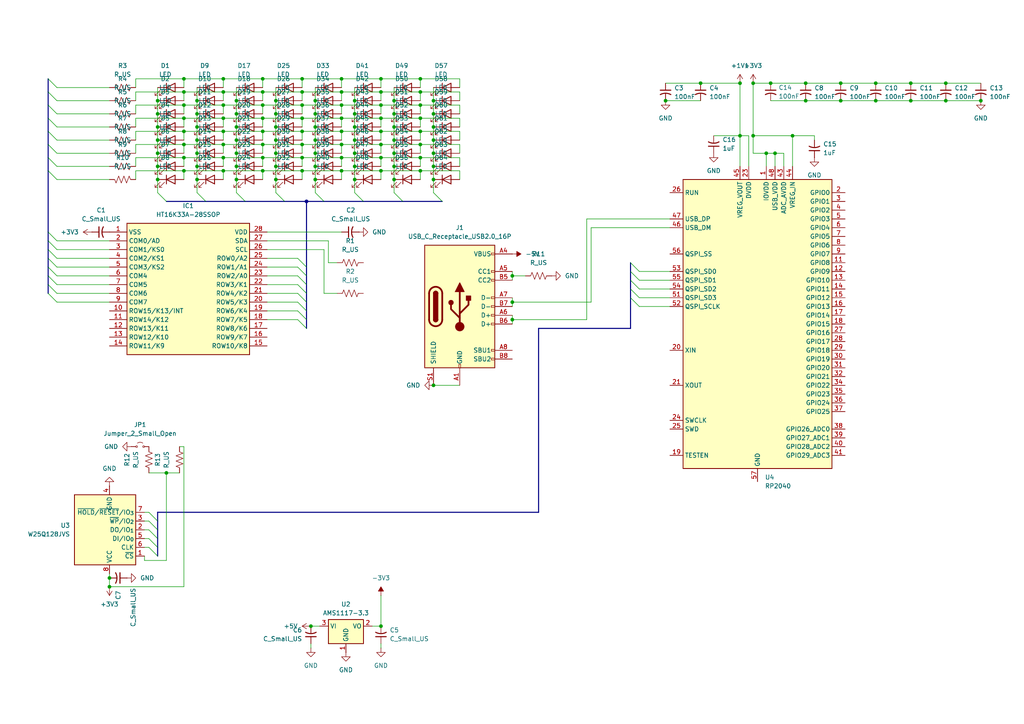
<source format=kicad_sch>
(kicad_sch (version 20250114) (generator "eeschema") (generator_version "9.0")
  (paper "A4")
  (junction (at 102.87 29.21))
  (junction (at 64.77 38.1))
  (junction (at 53.34 38.1))
  (junction (at 114.3 44.45))
  (junction (at 193.04 29.21))
  (junction (at 99.06 38.1))
  (junction (at 114.3 52.07))
  (junction (at 64.77 22.86))
  (junction (at 87.63 22.86))
  (junction (at 125.73 111.76))
  (junction (at 68.58 29.21))
  (junction (at 91.44 52.07))
  (junction (at 229.87 39.37))
  (junction (at 99.06 45.72))
  (junction (at 110.49 22.86))
  (junction (at 91.44 33.02))
  (junction (at 64.77 41.91))
  (junction (at 114.3 29.21))
  (junction (at 80.01 44.45))
  (junction (at 243.84 29.21))
  (junction (at 243.84 24.13))
  (junction (at 76.2 22.86))
  (junction (at 45.72 44.45))
  (junction (at 64.77 30.48))
  (junction (at 102.87 52.07))
  (junction (at 110.49 181.61))
  (junction (at 99.06 49.53))
  (junction (at 53.34 45.72))
  (junction (at 91.44 48.26))
  (junction (at 57.15 48.26))
  (junction (at 121.92 30.48))
  (junction (at 45.72 40.64))
  (junction (at 125.73 44.45))
  (junction (at 125.73 36.83))
  (junction (at 76.2 49.53))
  (junction (at 274.32 29.21))
  (junction (at 125.73 29.21))
  (junction (at 76.2 26.67))
  (junction (at 80.01 33.02))
  (junction (at 64.77 26.67))
  (junction (at 121.92 34.29))
  (junction (at 87.63 34.29))
  (junction (at 91.44 44.45))
  (junction (at 99.06 34.29))
  (junction (at 102.87 36.83))
  (junction (at 76.2 41.91))
  (junction (at 53.34 22.86))
  (junction (at 110.49 26.67))
  (junction (at 87.63 38.1))
  (junction (at 64.77 49.53))
  (junction (at 114.3 48.26))
  (junction (at 91.44 36.83))
  (junction (at 224.79 44.45))
  (junction (at 102.87 40.64))
  (junction (at 110.49 45.72))
  (junction (at 80.01 52.07))
  (junction (at 110.49 38.1))
  (junction (at 80.01 36.83))
  (junction (at 99.06 26.67))
  (junction (at 284.48 29.21))
  (junction (at 57.15 33.02))
  (junction (at 45.72 33.02))
  (junction (at 203.2 24.13))
  (junction (at 57.15 44.45))
  (junction (at 114.3 36.83))
  (junction (at 264.16 29.21))
  (junction (at 76.2 30.48))
  (junction (at 99.06 22.86))
  (junction (at 102.87 33.02))
  (junction (at 91.44 40.64))
  (junction (at 148.59 92.71))
  (junction (at 99.06 41.91))
  (junction (at 110.49 34.29))
  (junction (at 233.68 24.13))
  (junction (at 223.52 24.13))
  (junction (at 125.73 48.26))
  (junction (at 45.72 29.21))
  (junction (at 68.58 33.02))
  (junction (at 45.72 36.83))
  (junction (at 110.49 49.53))
  (junction (at 114.3 33.02))
  (junction (at 68.58 40.64))
  (junction (at 57.15 52.07))
  (junction (at 254 29.21))
  (junction (at 64.77 34.29))
  (junction (at 148.59 87.63))
  (junction (at 87.63 26.67))
  (junction (at 110.49 30.48))
  (junction (at 214.63 24.13))
  (junction (at 57.15 29.21))
  (junction (at 53.34 34.29))
  (junction (at 87.63 41.91))
  (junction (at 114.3 40.64))
  (junction (at 48.26 137.16))
  (junction (at 121.92 41.91))
  (junction (at 45.72 52.07))
  (junction (at 53.34 49.53))
  (junction (at 91.44 29.21))
  (junction (at 76.2 45.72))
  (junction (at 68.58 52.07))
  (junction (at 125.73 52.07))
  (junction (at 68.58 48.26))
  (junction (at 80.01 29.21))
  (junction (at 76.2 34.29))
  (junction (at 125.73 40.64))
  (junction (at 53.34 26.67))
  (junction (at 121.92 38.1))
  (junction (at 57.15 36.83))
  (junction (at 218.44 24.13))
  (junction (at 121.92 45.72))
  (junction (at 87.63 49.53))
  (junction (at 87.63 30.48))
  (junction (at 53.34 41.91))
  (junction (at 121.92 49.53))
  (junction (at 102.87 44.45))
  (junction (at 110.49 41.91))
  (junction (at 102.87 48.26))
  (junction (at 57.15 40.64))
  (junction (at 80.01 48.26))
  (junction (at 125.73 33.02))
  (junction (at 274.32 24.13))
  (junction (at 121.92 26.67))
  (junction (at 80.01 40.64))
  (junction (at 87.63 45.72))
  (junction (at 68.58 44.45))
  (junction (at 76.2 38.1))
  (junction (at 64.77 45.72))
  (junction (at 31.75 167.64))
  (junction (at 31.75 170.18))
  (junction (at 254 24.13))
  (junction (at 121.92 22.86))
  (junction (at 90.17 181.61))
  (junction (at 68.58 36.83))
  (junction (at 53.34 30.48))
  (junction (at 222.25 44.45))
  (junction (at 218.44 39.37))
  (junction (at 99.06 30.48))
  (junction (at 45.72 48.26))
  (junction (at 264.16 24.13))
  (junction (at 148.59 80.01))
  (junction (at 214.63 39.37))
  (junction (at 88.9 58.42))
  (junction (at 233.68 29.21))
  (bus_entry (at 125.73 55.88) (size 2.54 2.54))
  (bus_entry (at 13.97 34.29) (size 2.54 2.54))
  (bus_entry (at 88.9 85.09) (size -2.54 -2.54))
  (bus_entry (at 182.88 76.2) (size 2.54 2.54))
  (bus_entry (at 13.97 82.55) (size 2.54 2.54))
  (bus_entry (at 59.69 58.42) (size -2.54 -2.54))
  (bus_entry (at 13.97 22.86) (size 2.54 2.54))
  (bus_entry (at 45.72 158.75) (size -2.54 -2.54))
  (bus_entry (at 45.72 161.29) (size -2.54 -2.54))
  (bus_entry (at 13.97 49.53) (size 2.54 2.54))
  (bus_entry (at 13.97 72.39) (size 2.54 2.54))
  (bus_entry (at 88.9 87.63) (size -2.54 -2.54))
  (bus_entry (at 13.97 69.85) (size 2.54 2.54))
  (bus_entry (at 13.97 41.91) (size 2.54 2.54))
  (bus_entry (at 88.9 82.55) (size -2.54 -2.54))
  (bus_entry (at 48.26 58.42) (size -2.54 -2.54))
  (bus_entry (at 182.88 86.36) (size 2.54 2.54))
  (bus_entry (at 102.87 55.88) (size 2.54 2.54))
  (bus_entry (at 13.97 38.1) (size 2.54 2.54))
  (bus_entry (at 88.9 92.71) (size -2.54 -2.54))
  (bus_entry (at 45.72 156.21) (size -2.54 -2.54))
  (bus_entry (at 88.9 80.01) (size -2.54 -2.54))
  (bus_entry (at 88.9 90.17) (size -2.54 -2.54))
  (bus_entry (at 13.97 74.93) (size 2.54 2.54))
  (bus_entry (at 13.97 85.09) (size 2.54 2.54))
  (bus_entry (at 80.01 55.88) (size 2.54 2.54))
  (bus_entry (at 45.72 151.13) (size -2.54 -2.54))
  (bus_entry (at 71.12 58.42) (size -2.54 -2.54))
  (bus_entry (at 88.9 77.47) (size -2.54 -2.54))
  (bus_entry (at 13.97 77.47) (size 2.54 2.54))
  (bus_entry (at 13.97 45.72) (size 2.54 2.54))
  (bus_entry (at 88.9 95.25) (size -2.54 -2.54))
  (bus_entry (at 91.44 55.88) (size 2.54 2.54))
  (bus_entry (at 182.88 83.82) (size 2.54 2.54))
  (bus_entry (at 13.97 30.48) (size 2.54 2.54))
  (bus_entry (at 45.72 153.67) (size -2.54 -2.54))
  (bus_entry (at 13.97 26.67) (size 2.54 2.54))
  (bus_entry (at 182.88 81.28) (size 2.54 2.54))
  (bus_entry (at 114.3 55.88) (size 2.54 2.54))
  (bus_entry (at 182.88 78.74) (size 2.54 2.54))
  (bus_entry (at 13.97 80.01) (size 2.54 2.54))
  (bus_entry (at 13.97 67.31) (size 2.54 2.54))
  (wire (pts (xy 57.15 40.64) (xy 57.15 44.45)))
  (wire (pts (xy 243.84 29.21) (xy 254 29.21)))
  (wire (pts (xy 114.3 48.26) (xy 114.3 52.07)))
  (wire (pts (xy 243.84 24.13) (xy 254 24.13)))
  (wire (pts (xy 45.72 52.07) (xy 45.72 55.88)))
  (wire (pts (xy 97.79 85.09) (xy 93.98 85.09)))
  (wire (pts (xy 214.63 48.26) (xy 214.63 39.37)))
  (wire (pts (xy 114.3 44.45) (xy 114.3 48.26)))
  (wire (pts (xy 87.63 34.29) (xy 87.63 36.83)))
  (wire (pts (xy 39.37 38.1) (xy 39.37 40.64)))
  (wire (pts (xy 133.35 36.83) (xy 133.35 34.29)))
  (wire (pts (xy 222.25 44.45) (xy 222.25 48.26)))
  (wire (pts (xy 45.72 25.4) (xy 45.72 29.21)))
  (wire (pts (xy 148.59 92.71) (xy 148.59 93.98)))
  (wire (pts (xy 57.15 25.4) (xy 57.15 29.21)))
  (wire (pts (xy 264.16 29.21) (xy 274.32 29.21)))
  (wire (pts (xy 91.44 48.26) (xy 91.44 52.07)))
  (wire (pts (xy 125.73 25.4) (xy 125.73 29.21)))
  (bus (pts (xy 13.97 45.72) (xy 13.97 49.53)))
  (wire (pts (xy 76.2 45.72) (xy 87.63 45.72)))
  (wire (pts (xy 99.06 30.48) (xy 110.49 30.48)))
  (wire (pts (xy 77.47 77.47) (xy 86.36 77.47)))
  (wire (pts (xy 53.34 45.72) (xy 64.77 45.72)))
  (wire (pts (xy 39.37 34.29) (xy 39.37 36.83)))
  (wire (pts (xy 76.2 26.67) (xy 87.63 26.67)))
  (wire (pts (xy 68.58 33.02) (xy 68.58 36.83)))
  (wire (pts (xy 114.3 25.4) (xy 114.3 29.21)))
  (wire (pts (xy 64.77 49.53) (xy 64.77 52.07)))
  (wire (pts (xy 16.51 48.26) (xy 31.75 48.26)))
  (wire (pts (xy 121.92 45.72) (xy 121.92 48.26)))
  (wire (pts (xy 233.68 24.13) (xy 243.84 24.13)))
  (wire (pts (xy 53.34 45.72) (xy 39.37 45.72)))
  (wire (pts (xy 264.16 24.13) (xy 274.32 24.13)))
  (wire (pts (xy 110.49 26.67) (xy 121.92 26.67)))
  (wire (pts (xy 110.49 41.91) (xy 110.49 44.45)))
  (wire (pts (xy 53.34 52.07) (xy 53.34 49.53)))
  (wire (pts (xy 57.15 29.21) (xy 57.15 33.02)))
  (bus (pts (xy 88.9 85.09) (xy 88.9 87.63)))
  (wire (pts (xy 229.87 39.37) (xy 236.22 39.37)))
  (wire (pts (xy 68.58 48.26) (xy 68.58 52.07)))
  (wire (pts (xy 16.51 80.01) (xy 31.75 80.01)))
  (wire (pts (xy 91.44 25.4) (xy 91.44 29.21)))
  (wire (pts (xy 133.35 44.45) (xy 133.35 41.91)))
  (wire (pts (xy 64.77 22.86) (xy 53.34 22.86)))
  (wire (pts (xy 99.06 41.91) (xy 99.06 44.45)))
  (wire (pts (xy 43.18 137.16) (xy 48.26 137.16)))
  (wire (pts (xy 274.32 24.13) (xy 284.48 24.13)))
  (bus (pts (xy 13.97 34.29) (xy 13.97 38.1)))
  (wire (pts (xy 224.79 44.45) (xy 224.79 48.26)))
  (wire (pts (xy 95.25 69.85) (xy 77.47 69.85)))
  (wire (pts (xy 41.91 161.29) (xy 41.91 162.56)))
  (wire (pts (xy 254 29.21) (xy 264.16 29.21)))
  (wire (pts (xy 16.51 85.09) (xy 31.75 85.09)))
  (wire (pts (xy 41.91 151.13) (xy 43.18 151.13)))
  (wire (pts (xy 87.63 30.48) (xy 99.06 30.48)))
  (wire (pts (xy 53.34 30.48) (xy 64.77 30.48)))
  (bus (pts (xy 105.41 58.42) (xy 116.84 58.42)))
  (wire (pts (xy 16.51 40.64) (xy 31.75 40.64)))
  (wire (pts (xy 125.73 48.26) (xy 125.73 52.07)))
  (wire (pts (xy 45.72 44.45) (xy 45.72 48.26)))
  (wire (pts (xy 45.72 29.21) (xy 45.72 33.02)))
  (wire (pts (xy 193.04 29.21) (xy 203.2 29.21)))
  (wire (pts (xy 57.15 33.02) (xy 57.15 36.83)))
  (wire (pts (xy 77.47 82.55) (xy 86.36 82.55)))
  (wire (pts (xy 64.77 30.48) (xy 64.77 33.02)))
  (wire (pts (xy 53.34 48.26) (xy 53.34 45.72)))
  (wire (pts (xy 185.42 83.82) (xy 194.31 83.82)))
  (wire (pts (xy 133.35 25.4) (xy 133.35 22.86)))
  (wire (pts (xy 16.51 69.85) (xy 31.75 69.85)))
  (wire (pts (xy 87.63 49.53) (xy 87.63 52.07)))
  (wire (pts (xy 121.92 30.48) (xy 133.35 30.48)))
  (wire (pts (xy 148.59 81.28) (xy 148.59 80.01)))
  (wire (pts (xy 99.06 41.91) (xy 110.49 41.91)))
  (wire (pts (xy 121.92 41.91) (xy 121.92 44.45)))
  (bus (pts (xy 13.97 72.39) (xy 13.97 74.93)))
  (bus (pts (xy 88.9 77.47) (xy 88.9 80.01)))
  (wire (pts (xy 76.2 41.91) (xy 76.2 44.45)))
  (wire (pts (xy 39.37 45.72) (xy 39.37 48.26)))
  (wire (pts (xy 110.49 38.1) (xy 110.49 40.64)))
  (wire (pts (xy 53.34 44.45) (xy 53.34 41.91)))
  (wire (pts (xy 121.92 26.67) (xy 133.35 26.67)))
  (wire (pts (xy 64.77 45.72) (xy 76.2 45.72)))
  (wire (pts (xy 52.07 129.54) (xy 53.34 129.54)))
  (wire (pts (xy 87.63 49.53) (xy 99.06 49.53)))
  (wire (pts (xy 41.91 156.21) (xy 43.18 156.21)))
  (wire (pts (xy 53.34 38.1) (xy 64.77 38.1)))
  (bus (pts (xy 182.88 83.82) (xy 182.88 86.36)))
  (wire (pts (xy 90.17 181.61) (xy 92.71 181.61)))
  (wire (pts (xy 80.01 25.4) (xy 80.01 29.21)))
  (wire (pts (xy 68.58 25.4) (xy 68.58 29.21)))
  (wire (pts (xy 99.06 34.29) (xy 110.49 34.29)))
  (wire (pts (xy 57.15 44.45) (xy 57.15 48.26)))
  (wire (pts (xy 80.01 48.26) (xy 80.01 52.07)))
  (wire (pts (xy 16.51 82.55) (xy 31.75 82.55)))
  (wire (pts (xy 93.98 72.39) (xy 77.47 72.39)))
  (wire (pts (xy 77.47 92.71) (xy 86.36 92.71)))
  (wire (pts (xy 39.37 49.53) (xy 39.37 52.07)))
  (wire (pts (xy 214.63 39.37) (xy 207.01 39.37)))
  (wire (pts (xy 152.4 80.01) (xy 148.59 80.01)))
  (wire (pts (xy 77.47 90.17) (xy 86.36 90.17)))
  (wire (pts (xy 53.34 129.54) (xy 53.34 170.18)))
  (wire (pts (xy 76.2 38.1) (xy 76.2 40.64)))
  (wire (pts (xy 93.98 85.09) (xy 93.98 72.39)))
  (wire (pts (xy 214.63 24.13) (xy 214.63 39.37)))
  (wire (pts (xy 45.72 36.83) (xy 45.72 40.64)))
  (wire (pts (xy 114.3 29.21) (xy 114.3 33.02)))
  (wire (pts (xy 121.92 49.53) (xy 133.35 49.53)))
  (wire (pts (xy 91.44 44.45) (xy 91.44 48.26)))
  (wire (pts (xy 114.3 36.83) (xy 114.3 40.64)))
  (wire (pts (xy 133.35 45.72) (xy 133.35 48.26)))
  (bus (pts (xy 88.9 87.63) (xy 88.9 90.17)))
  (wire (pts (xy 102.87 29.21) (xy 102.87 33.02)))
  (wire (pts (xy 53.34 170.18) (xy 31.75 170.18)))
  (wire (pts (xy 125.73 40.64) (xy 125.73 44.45)))
  (bus (pts (xy 116.84 58.42) (xy 128.27 58.42)))
  (wire (pts (xy 45.72 40.64) (xy 45.72 44.45)))
  (wire (pts (xy 41.91 148.59) (xy 43.18 148.59)))
  (wire (pts (xy 80.01 44.45) (xy 80.01 48.26)))
  (bus (pts (xy 13.97 26.67) (xy 13.97 30.48)))
  (wire (pts (xy 76.2 26.67) (xy 76.2 29.21)))
  (wire (pts (xy 218.44 39.37) (xy 229.87 39.37)))
  (wire (pts (xy 185.42 81.28) (xy 194.31 81.28)))
  (wire (pts (xy 203.2 24.13) (xy 214.63 24.13)))
  (wire (pts (xy 64.77 34.29) (xy 64.77 36.83)))
  (wire (pts (xy 76.2 34.29) (xy 76.2 36.83)))
  (wire (pts (xy 102.87 40.64) (xy 102.87 44.45)))
  (wire (pts (xy 110.49 26.67) (xy 110.49 29.21)))
  (wire (pts (xy 224.79 44.45) (xy 227.33 44.45)))
  (bus (pts (xy 182.88 78.74) (xy 182.88 81.28)))
  (wire (pts (xy 53.34 29.21) (xy 53.34 26.67)))
  (wire (pts (xy 64.77 45.72) (xy 64.77 48.26)))
  (wire (pts (xy 53.34 34.29) (xy 39.37 34.29)))
  (wire (pts (xy 64.77 49.53) (xy 76.2 49.53)))
  (wire (pts (xy 76.2 34.29) (xy 87.63 34.29)))
  (wire (pts (xy 87.63 45.72) (xy 87.63 48.26)))
  (wire (pts (xy 110.49 49.53) (xy 110.49 52.07)))
  (wire (pts (xy 87.63 45.72) (xy 99.06 45.72)))
  (wire (pts (xy 229.87 39.37) (xy 229.87 48.26)))
  (wire (pts (xy 133.35 26.67) (xy 133.35 29.21)))
  (wire (pts (xy 148.59 91.44) (xy 148.59 92.71)))
  (bus (pts (xy 13.97 49.53) (xy 13.97 67.31)))
  (wire (pts (xy 148.59 86.36) (xy 148.59 87.63)))
  (wire (pts (xy 53.34 26.67) (xy 39.37 26.67)))
  (bus (pts (xy 182.88 86.36) (xy 182.88 95.25)))
  (wire (pts (xy 170.18 92.71) (xy 170.18 63.5)))
  (wire (pts (xy 64.77 41.91) (xy 64.77 44.45)))
  (wire (pts (xy 16.51 74.93) (xy 31.75 74.93)))
  (wire (pts (xy 64.77 38.1) (xy 76.2 38.1)))
  (wire (pts (xy 39.37 30.48) (xy 39.37 33.02)))
  (wire (pts (xy 110.49 45.72) (xy 110.49 48.26)))
  (wire (pts (xy 102.87 25.4) (xy 102.87 29.21)))
  (wire (pts (xy 110.49 172.72) (xy 110.49 181.61)))
  (wire (pts (xy 110.49 45.72) (xy 121.92 45.72)))
  (bus (pts (xy 13.97 82.55) (xy 13.97 85.09)))
  (wire (pts (xy 110.49 30.48) (xy 110.49 33.02)))
  (bus (pts (xy 13.97 41.91) (xy 13.97 45.72)))
  (wire (pts (xy 110.49 186.69) (xy 110.49 187.96)))
  (wire (pts (xy 91.44 36.83) (xy 91.44 40.64)))
  (wire (pts (xy 80.01 29.21) (xy 80.01 33.02)))
  (wire (pts (xy 16.51 36.83) (xy 31.75 36.83)))
  (wire (pts (xy 64.77 38.1) (xy 64.77 40.64)))
  (wire (pts (xy 91.44 40.64) (xy 91.44 44.45)))
  (wire (pts (xy 121.92 26.67) (xy 121.92 29.21)))
  (wire (pts (xy 77.47 87.63) (xy 86.36 87.63)))
  (wire (pts (xy 110.49 49.53) (xy 121.92 49.53)))
  (wire (pts (xy 99.06 49.53) (xy 99.06 52.07)))
  (wire (pts (xy 110.49 30.48) (xy 121.92 30.48)))
  (wire (pts (xy 125.73 36.83) (xy 125.73 40.64)))
  (wire (pts (xy 133.35 45.72) (xy 121.92 45.72)))
  (wire (pts (xy 64.77 22.86) (xy 64.77 25.4)))
  (wire (pts (xy 87.63 22.86) (xy 87.63 25.4)))
  (wire (pts (xy 57.15 48.26) (xy 57.15 52.07)))
  (wire (pts (xy 53.34 33.02) (xy 53.34 30.48)))
  (wire (pts (xy 133.35 38.1) (xy 121.92 38.1)))
  (wire (pts (xy 91.44 29.21) (xy 91.44 33.02)))
  (wire (pts (xy 121.92 22.86) (xy 110.49 22.86)))
  (wire (pts (xy 218.44 44.45) (xy 222.25 44.45)))
  (wire (pts (xy 53.34 40.64) (xy 53.34 38.1)))
  (wire (pts (xy 217.17 39.37) (xy 217.17 48.26)))
  (wire (pts (xy 171.45 66.04) (xy 194.31 66.04)))
  (bus (pts (xy 48.26 58.42) (xy 59.69 58.42)))
  (wire (pts (xy 16.51 72.39) (xy 31.75 72.39)))
  (bus (pts (xy 156.21 148.59) (xy 45.72 148.59)))
  (wire (pts (xy 57.15 36.83) (xy 57.15 40.64)))
  (wire (pts (xy 53.34 49.53) (xy 39.37 49.53)))
  (wire (pts (xy 110.49 41.91) (xy 121.92 41.91)))
  (bus (pts (xy 182.88 81.28) (xy 182.88 83.82)))
  (wire (pts (xy 121.92 38.1) (xy 121.92 40.64)))
  (wire (pts (xy 68.58 29.21) (xy 68.58 33.02)))
  (wire (pts (xy 80.01 36.83) (xy 80.01 40.64)))
  (wire (pts (xy 16.51 52.07) (xy 31.75 52.07)))
  (wire (pts (xy 171.45 87.63) (xy 171.45 66.04)))
  (wire (pts (xy 99.06 67.31) (xy 77.47 67.31)))
  (bus (pts (xy 88.9 80.01) (xy 88.9 82.55)))
  (wire (pts (xy 77.47 74.93) (xy 86.36 74.93)))
  (wire (pts (xy 236.22 39.37) (xy 236.22 40.64)))
  (wire (pts (xy 254 24.13) (xy 264.16 24.13)))
  (wire (pts (xy 99.06 49.53) (xy 110.49 49.53)))
  (bus (pts (xy 82.55 58.42) (xy 88.9 58.42)))
  (bus (pts (xy 45.72 151.13) (xy 45.72 153.67)))
  (bus (pts (xy 13.97 69.85) (xy 13.97 72.39)))
  (wire (pts (xy 41.91 153.67) (xy 43.18 153.67)))
  (bus (pts (xy 13.97 30.48) (xy 13.97 34.29)))
  (wire (pts (xy 99.06 45.72) (xy 99.06 48.26)))
  (bus (pts (xy 13.97 38.1) (xy 13.97 41.91)))
  (bus (pts (xy 182.88 95.25) (xy 156.21 95.25)))
  (wire (pts (xy 185.42 86.36) (xy 194.31 86.36)))
  (bus (pts (xy 88.9 82.55) (xy 88.9 85.09)))
  (wire (pts (xy 39.37 41.91) (xy 39.37 44.45)))
  (wire (pts (xy 125.73 29.21) (xy 125.73 33.02)))
  (wire (pts (xy 121.92 34.29) (xy 121.92 36.83)))
  (wire (pts (xy 68.58 40.64) (xy 68.58 44.45)))
  (wire (pts (xy 68.58 44.45) (xy 68.58 48.26)))
  (wire (pts (xy 99.06 38.1) (xy 110.49 38.1)))
  (wire (pts (xy 227.33 48.26) (xy 227.33 44.45)))
  (bus (pts (xy 13.97 77.47) (xy 13.97 80.01)))
  (wire (pts (xy 125.73 44.45) (xy 125.73 48.26)))
  (wire (pts (xy 125.73 111.76) (xy 133.35 111.76)))
  (bus (pts (xy 88.9 92.71) (xy 88.9 95.25)))
  (wire (pts (xy 80.01 40.64) (xy 80.01 44.45)))
  (wire (pts (xy 39.37 26.67) (xy 39.37 29.21)))
  (wire (pts (xy 193.04 24.13) (xy 203.2 24.13)))
  (bus (pts (xy 45.72 153.67) (xy 45.72 156.21)))
  (bus (pts (xy 88.9 58.42) (xy 93.98 58.42)))
  (wire (pts (xy 87.63 38.1) (xy 99.06 38.1)))
  (wire (pts (xy 87.63 41.91) (xy 99.06 41.91)))
  (wire (pts (xy 76.2 22.86) (xy 64.77 22.86)))
  (wire (pts (xy 53.34 30.48) (xy 39.37 30.48)))
  (wire (pts (xy 218.44 24.13) (xy 223.52 24.13)))
  (wire (pts (xy 110.49 34.29) (xy 110.49 36.83)))
  (wire (pts (xy 223.52 29.21) (xy 233.68 29.21)))
  (wire (pts (xy 53.34 41.91) (xy 39.37 41.91)))
  (wire (pts (xy 76.2 41.91) (xy 87.63 41.91)))
  (wire (pts (xy 114.3 40.64) (xy 114.3 44.45)))
  (bus (pts (xy 88.9 90.17) (xy 88.9 92.71)))
  (wire (pts (xy 114.3 33.02) (xy 114.3 36.83)))
  (wire (pts (xy 102.87 52.07) (xy 102.87 55.88)))
  (wire (pts (xy 185.42 78.74) (xy 194.31 78.74)))
  (wire (pts (xy 77.47 85.09) (xy 86.36 85.09)))
  (wire (pts (xy 87.63 41.91) (xy 87.63 44.45)))
  (wire (pts (xy 76.2 38.1) (xy 87.63 38.1)))
  (wire (pts (xy 121.92 49.53) (xy 121.92 52.07)))
  (wire (pts (xy 64.77 34.29) (xy 76.2 34.29)))
  (wire (pts (xy 45.72 33.02) (xy 45.72 36.83)))
  (wire (pts (xy 31.75 167.64) (xy 31.75 170.18)))
  (wire (pts (xy 222.25 44.45) (xy 224.79 44.45)))
  (wire (pts (xy 16.51 87.63) (xy 31.75 87.63)))
  (wire (pts (xy 91.44 33.02) (xy 91.44 36.83)))
  (wire (pts (xy 148.59 87.63) (xy 171.45 87.63)))
  (wire (pts (xy 87.63 26.67) (xy 99.06 26.67)))
  (wire (pts (xy 99.06 26.67) (xy 110.49 26.67)))
  (wire (pts (xy 121.92 22.86) (xy 121.92 25.4)))
  (wire (pts (xy 76.2 49.53) (xy 87.63 49.53)))
  (wire (pts (xy 87.63 22.86) (xy 76.2 22.86)))
  (wire (pts (xy 185.42 88.9) (xy 194.31 88.9)))
  (wire (pts (xy 53.34 22.86) (xy 39.37 22.86)))
  (wire (pts (xy 48.26 137.16) (xy 52.07 137.16)))
  (wire (pts (xy 133.35 22.86) (xy 121.92 22.86)))
  (wire (pts (xy 99.06 22.86) (xy 87.63 22.86)))
  (wire (pts (xy 87.63 30.48) (xy 87.63 33.02)))
  (wire (pts (xy 148.59 92.71) (xy 170.18 92.71)))
  (wire (pts (xy 214.63 39.37) (xy 217.17 39.37)))
  (wire (pts (xy 64.77 30.48) (xy 76.2 30.48)))
  (wire (pts (xy 99.06 22.86) (xy 99.06 25.4)))
  (wire (pts (xy 76.2 22.86) (xy 76.2 25.4)))
  (wire (pts (xy 77.47 80.01) (xy 86.36 80.01)))
  (wire (pts (xy 16.51 29.21) (xy 31.75 29.21)))
  (wire (pts (xy 31.75 166.37) (xy 31.75 167.64)))
  (bus (pts (xy 45.72 148.59) (xy 45.72 151.13)))
  (wire (pts (xy 170.18 63.5) (xy 194.31 63.5)))
  (wire (pts (xy 16.51 77.47) (xy 31.75 77.47)))
  (bus (pts (xy 13.97 22.86) (xy 13.97 26.67)))
  (wire (pts (xy 90.17 187.96) (xy 90.17 186.69)))
  (wire (pts (xy 110.49 181.61) (xy 107.95 181.61)))
  (wire (pts (xy 148.59 80.01) (xy 148.59 78.74)))
  (wire (pts (xy 133.35 33.02) (xy 133.35 30.48)))
  (wire (pts (xy 95.25 76.2) (xy 95.25 69.85)))
  (wire (pts (xy 41.91 158.75) (xy 43.18 158.75)))
  (wire (pts (xy 102.87 36.83) (xy 102.87 40.64)))
  (wire (pts (xy 53.34 36.83) (xy 53.34 34.29)))
  (wire (pts (xy 76.2 30.48) (xy 76.2 33.02)))
  (wire (pts (xy 76.2 49.53) (xy 76.2 52.07)))
  (bus (pts (xy 45.72 156.21) (xy 45.72 158.75)))
  (wire (pts (xy 53.34 41.91) (xy 64.77 41.91)))
  (wire (pts (xy 64.77 41.91) (xy 76.2 41.91)))
  (wire (pts (xy 87.63 38.1) (xy 87.63 40.64)))
  (wire (pts (xy 64.77 26.67) (xy 64.77 29.21)))
  (wire (pts (xy 80.01 33.02) (xy 80.01 36.83)))
  (wire (pts (xy 53.34 49.53) (xy 64.77 49.53)))
  (wire (pts (xy 99.06 30.48) (xy 99.06 33.02)))
  (wire (pts (xy 125.73 33.02) (xy 125.73 36.83)))
  (wire (pts (xy 110.49 38.1) (xy 121.92 38.1)))
  (wire (pts (xy 64.77 26.67) (xy 76.2 26.67)))
  (wire (pts (xy 110.49 22.86) (xy 110.49 25.4)))
  (bus (pts (xy 156.21 95.25) (xy 156.21 148.59)))
  (wire (pts (xy 102.87 33.02) (xy 102.87 36.83)))
  (wire (pts (xy 133.35 40.64) (xy 133.35 38.1)))
  (wire (pts (xy 102.87 48.26) (xy 102.87 52.07)))
  (wire (pts (xy 110.49 22.86) (xy 99.06 22.86)))
  (bus (pts (xy 13.97 67.31) (xy 13.97 69.85)))
  (wire (pts (xy 87.63 34.29) (xy 99.06 34.29)))
  (wire (pts (xy 133.35 34.29) (xy 121.92 34.29)))
  (wire (pts (xy 233.68 29.21) (xy 243.84 29.21)))
  (bus (pts (xy 93.98 58.42) (xy 105.41 58.42)))
  (wire (pts (xy 223.52 24.13) (xy 233.68 24.13)))
  (bus (pts (xy 13.97 80.01) (xy 13.97 82.55)))
  (bus (pts (xy 59.69 58.42) (xy 71.12 58.42)))
  (wire (pts (xy 99.06 45.72) (xy 110.49 45.72)))
  (bus (pts (xy 13.97 74.93) (xy 13.97 77.47)))
  (wire (pts (xy 274.32 29.21) (xy 284.48 29.21)))
  (bus (pts (xy 182.88 76.2) (xy 182.88 78.74)))
  (wire (pts (xy 99.06 34.29) (xy 99.06 36.83)))
  (wire (pts (xy 16.51 33.02) (xy 31.75 33.02)))
  (wire (pts (xy 68.58 52.07) (xy 68.58 55.88)))
  (wire (pts (xy 53.34 38.1) (xy 39.37 38.1)))
  (wire (pts (xy 57.15 52.07) (xy 57.15 55.88)))
  (wire (pts (xy 87.63 26.67) (xy 87.63 29.21)))
  (wire (pts (xy 99.06 26.67) (xy 99.06 29.21)))
  (wire (pts (xy 121.92 30.48) (xy 121.92 33.02)))
  (wire (pts (xy 16.51 44.45) (xy 31.75 44.45)))
  (wire (pts (xy 97.79 76.2) (xy 95.25 76.2)))
  (wire (pts (xy 148.59 87.63) (xy 148.59 88.9)))
  (wire (pts (xy 53.34 34.29) (xy 64.77 34.29)))
  (wire (pts (xy 125.73 52.07) (xy 125.73 55.88)))
  (wire (pts (xy 133.35 41.91) (xy 121.92 41.91)))
  (wire (pts (xy 45.72 48.26) (xy 45.72 52.07)))
  (wire (pts (xy 16.51 25.4) (xy 31.75 25.4)))
  (wire (pts (xy 133.35 49.53) (xy 133.35 52.07)))
  (wire (pts (xy 48.26 137.16) (xy 48.26 162.56)))
  (bus (pts (xy 45.72 158.75) (xy 45.72 161.29)))
  (wire (pts (xy 99.06 38.1) (xy 99.06 40.64)))
  (bus (pts (xy 88.9 58.42) (xy 88.9 77.47)))
  (wire (pts (xy 218.44 24.13) (xy 218.44 39.37)))
  (wire (pts (xy 39.37 22.86) (xy 39.37 25.4)))
  (wire (pts (xy 80.01 52.07) (xy 80.01 55.88)))
  (bus (pts (xy 71.12 58.42) (xy 82.55 58.42)))
  (wire (pts (xy 41.91 162.56) (xy 48.26 162.56)))
  (wire (pts (xy 91.44 52.07) (xy 91.44 55.88)))
  (wire (pts (xy 76.2 30.48) (xy 87.63 30.48)))
  (wire (pts (xy 76.2 45.72) (xy 76.2 48.26)))
  (wire (pts (xy 218.44 39.37) (xy 218.44 44.45)))
  (wire (pts (xy 53.34 26.67) (xy 64.77 26.67)))
  (wire (pts (xy 114.3 52.07) (xy 114.3 55.88)))
  (wire (pts (xy 102.87 44.45) (xy 102.87 48.26)))
  (wire (pts (xy 53.34 22.86) (xy 53.34 25.4)))
  (wire (pts (xy 110.49 34.29) (xy 121.92 34.29)))
  (wire (pts (xy 68.58 36.83) (xy 68.58 40.64)))
  (symbol (lib_id "Device:LED") (at 83.82 44.45 0) (unit 1)
    (property "Reference" "D30" (at 82.2325 38.1 0))
    (property "Value" "LED" (at 82.2325 40.64 0))
    (property "Footprint" "LED_SMD:LED_0603_1608Metric_Pad1.05x0.95mm_HandSolder" (effects (hide yes)))
    (property "Description" "Light emitting diode" (effects (hide yes)))
    (property "Sim.Pins" "1=K 2=A" (effects (hide yes)))
  )
  (symbol (lib_id "Device:LED") (at 72.39 25.4 0) (unit 1)
    (property "Reference" "D17" (at 70.8025 19.05 0))
    (property "Value" "LED" (at 70.8025 21.59 0))
    (property "Footprint" "LED_SMD:LED_0603_1608Metric_Pad1.05x0.95mm_HandSolder" (effects (hide yes)))
    (property "Description" "Light emitting diode" (effects (hide yes)))
    (property "Sim.Pins" "1=K 2=A" (effects (hide yes)))
  )
  (symbol (lib_id "Device:LED") (at 60.96 25.4 0) (unit 1)
    (property "Reference" "D9" (at 59.3725 19.05 0))
    (property "Value" "LED" (at 59.3725 21.59 0))
    (property "Footprint" "LED_SMD:LED_0603_1608Metric_Pad1.05x0.95mm_HandSolder" (effects (hide yes)))
    (property "Description" "Light emitting diode" (effects (hide yes)))
    (property "Sim.Pins" "1=K 2=A" (effects (hide yes)))
  )
  (symbol (lib_id "HT16K33A:HT16K33A-28SSOP") (at 31.75 67.31 0) (unit 1)
    (property "Reference" "IC1" (at 54.61 59.69 0))
    (property "Value" "HT16K33A-28SSOP" (at 54.61 62.23 0))
    (property "Footprint" "HT16K33A:SOP64P600X175-28N" (effects (hide yes)))
    (property "Datasheet" "https://akizukidenshi.com/goodsaffix/HT16K33A.pdf" (effects (hide yes)))
    (property "Description" "Operating voltage: 4.5V~5.5V  Integrated RC oscillator  I2 C bus interface  168 bits RAM for display data storage  Max. 168 patterns, 16 segments and 8 commons  R/W address auto increment  Max. 133 matrix key scanning  16-step dimming circuit  Package types: 20/24/28-pin SOP/SSOP" (effects (hide yes)))
    (property "Height" "1.75" (effects (hide yes)))
    (property "Manufacturer_Name" "Holmate Technology Corp. (Holtek)" (effects (hide yes)))
    (property "Manufacturer_Part_Number" "HT16K33A-28SSOP" (effects (hide yes)))
  )
  (symbol (lib_id "Device:C_Small_US") (at 207.01 41.91 180) (unit 1)
    (property "Reference" "C16" (at 209.55 40.5129 0) (effects (justify right)))
    (property "Value" "1uF" (at 209.55 43.0529 0) (effects (justify right)))
    (property "Description" "capacitor, small US symbol" (effects (hide yes)))
  )
  (symbol (lib_id "Device:LED") (at 72.39 29.21 0) (unit 1)
    (property "Reference" "D18" (at 70.8025 22.86 0))
    (property "Value" "LED" (at 70.8025 25.4 0))
    (property "Footprint" "LED_SMD:LED_0603_1608Metric_Pad1.05x0.95mm_HandSolder" (effects (hide yes)))
    (property "Description" "Light emitting diode" (effects (hide yes)))
    (property "Sim.Pins" "1=K 2=A" (effects (hide yes)))
  )
  (symbol (lib_id "Memory_Flash:W25Q128JVS") (at 31.75 153.67 180) (unit 1)
    (property "Reference" "U3" (at 20.32 152.3999 0) (effects (justify left)))
    (property "Value" "W25Q128JVS" (at 20.32 154.9399 0) (effects (justify left)))
    (property "Footprint" "Package_SO:SOIC-8_5.3x5.3mm_P1.27mm" (effects (hide yes)))
    (property "Datasheet" "https://www.winbond.com/resource-files/w25q128jv_dtr%20revc%2003272018%20plus.pdf" (effects (hide yes)))
    (property "Description" "128Mbit / 16MiB Serial Flash Memory, Standard/Dual/Quad SPI, 2.7-3.6V, SOIC-8" (effects (hide yes)))
  )
  (symbol (lib_id "Device:LED") (at 49.53 29.21 0) (unit 1)
    (property "Reference" "D2" (at 47.9425 22.86 0))
    (property "Value" "LED" (at 47.9425 25.4 0))
    (property "Footprint" "LED_SMD:LED_0603_1608Metric_Pad1.05x0.95mm_HandSolder" (effects (hide yes)))
    (property "Description" "Light emitting diode" (effects (hide yes)))
    (property "Sim.Pins" "1=K 2=A" (effects (hide yes)))
  )
  (symbol (lib_id "Device:R_US") (at 35.56 25.4 90) (unit 1)
    (property "Reference" "R3" (at 35.56 19.05 90))
    (property "Value" "R_US" (at 35.56 21.59 90))
    (property "Description" "Resistor, US symbol" (effects (hide yes)))
  )
  (symbol (lib_id "Device:LED") (at 49.53 40.64 0) (unit 1)
    (property "Reference" "D5" (at 47.9425 34.29 0))
    (property "Value" "LED" (at 47.9425 36.83 0))
    (property "Footprint" "LED_SMD:LED_0603_1608Metric_Pad1.05x0.95mm_HandSolder" (effects (hide yes)))
    (property "Description" "Light emitting diode" (effects (hide yes)))
    (property "Sim.Pins" "1=K 2=A" (effects (hide yes)))
  )
  (symbol (lib_id "power:GND") (at 125.73 111.76 270) (unit 1)
    (property "Reference" "#PWR04" (effects (hide yes)))
    (property "Value" "GND" (at 121.92 111.7599 90) (effects (justify right)))
    (property "Description" "Power symbol creates a global label with name \"GND\" , ground" (effects (hide yes)))
  )
  (symbol (lib_id "Device:LED") (at 118.11 36.83 0) (unit 1)
    (property "Reference" "D52" (at 116.5225 30.48 0))
    (property "Value" "LED" (at 116.5225 33.02 0))
    (property "Footprint" "LED_SMD:LED_0603_1608Metric_Pad1.05x0.95mm_HandSolder" (effects (hide yes)))
    (property "Description" "Light emitting diode" (effects (hide yes)))
    (property "Sim.Pins" "1=K 2=A" (effects (hide yes)))
  )
  (symbol (lib_id "power:-3V3") (at 110.49 172.72 0) (unit 1)
    (property "Reference" "#PWR011" (effects (hide yes)))
    (property "Value" "-3V3" (at 110.49 167.64 0))
    (property "Description" "Power symbol creates a global label with name \"-3V3\"" (effects (hide yes)))
  )
  (symbol (lib_id "Device:LED") (at 60.96 36.83 0) (unit 1)
    (property "Reference" "D12" (at 59.3725 30.48 0))
    (property "Value" "LED" (at 59.3725 33.02 0))
    (property "Footprint" "LED_SMD:LED_0603_1608Metric_Pad1.05x0.95mm_HandSolder" (effects (hide yes)))
    (property "Description" "Light emitting diode" (effects (hide yes)))
    (property "Sim.Pins" "1=K 2=A" (effects (hide yes)))
  )
  (symbol (lib_id "Device:C_Small_US") (at 274.32 26.67 0) (unit 1)
    (property "Reference" "C12" (at 276.86 25.5269 0) (effects (justify left)))
    (property "Value" "100nF" (at 276.86 28.0669 0) (effects (justify left)))
    (property "Description" "capacitor, small US symbol" (effects (hide yes)))
  )
  (symbol (lib_id "Device:LED") (at 83.82 52.07 0) (unit 1)
    (property "Reference" "D32" (at 82.2325 45.72 0))
    (property "Value" "LED" (at 82.2325 48.26 0))
    (property "Footprint" "LED_SMD:LED_0603_1608Metric_Pad1.05x0.95mm_HandSolder" (effects (hide yes)))
    (property "Description" "Light emitting diode" (effects (hide yes)))
    (property "Sim.Pins" "1=K 2=A" (effects (hide yes)))
  )
  (symbol (lib_id "power:GND") (at 207.01 44.45 0) (unit 1)
    (property "Reference" "#PWR020" (effects (hide yes)))
    (property "Value" "GND" (at 207.01 49.53 0))
    (property "Description" "Power symbol creates a global label with name \"GND\" , ground" (effects (hide yes)))
  )
  (symbol (lib_id "Device:C_Small_US") (at 90.17 184.15 0) (mirror x) (unit 1)
    (property "Reference" "C6" (at 87.63 182.7529 0) (effects (justify right)))
    (property "Value" "C_Small_US" (at 87.63 185.2929 0) (effects (justify right)))
    (property "Footprint" "Capacitor_SMD:C_0603_1608Metric_Pad1.08x0.95mm_HandSolder" (effects (hide yes)))
    (property "Description" "capacitor, small US symbol" (effects (hide yes)))
  )
  (symbol (lib_id "Device:R_US") (at 101.6 76.2 90) (unit 1)
    (property "Reference" "R1" (at 101.6 69.85 90))
    (property "Value" "R_US" (at 101.6 72.39 90))
    (property "Footprint" "Resistor_SMD:R_0603_1608Metric_Pad0.98x0.95mm_HandSolder" (effects (hide yes)))
    (property "Description" "Resistor, US symbol" (effects (hide yes)))
  )
  (symbol (lib_id "Device:LED") (at 72.39 44.45 0) (unit 1)
    (property "Reference" "D22" (at 70.8025 38.1 0))
    (property "Value" "LED" (at 70.8025 40.64 0))
    (property "Footprint" "LED_SMD:LED_0603_1608Metric_Pad1.05x0.95mm_HandSolder" (effects (hide yes)))
    (property "Description" "Light emitting diode" (effects (hide yes)))
    (property "Sim.Pins" "1=K 2=A" (effects (hide yes)))
  )
  (symbol (lib_id "Device:C_Small_US") (at 223.52 26.67 0) (unit 1)
    (property "Reference" "C14" (at 225.806 25.4 0) (effects (justify left)))
    (property "Value" "100nF" (at 225.806 27.94 0) (effects (justify left)))
    (property "Description" "capacitor, small US symbol" (effects (hide yes)))
  )
  (symbol (lib_id "Device:LED") (at 95.25 44.45 0) (unit 1)
    (property "Reference" "D38" (at 93.6625 38.1 0))
    (property "Value" "LED" (at 93.6625 40.64 0))
    (property "Footprint" "LED_SMD:LED_0603_1608Metric_Pad1.05x0.95mm_HandSolder" (effects (hide yes)))
    (property "Description" "Light emitting diode" (effects (hide yes)))
    (property "Sim.Pins" "1=K 2=A" (effects (hide yes)))
  )
  (symbol (lib_id "power:GND") (at 110.49 187.96 0) (unit 1)
    (property "Reference" "#PWR02" (effects (hide yes)))
    (property "Value" "GND" (at 110.49 193.04 0))
    (property "Description" "Power symbol creates a global label with name \"GND\" , ground" (effects (hide yes)))
  )
  (symbol (lib_id "Device:LED") (at 60.96 33.02 0) (unit 1)
    (property "Reference" "D11" (at 59.3725 26.67 0))
    (property "Value" "LED" (at 59.3725 29.21 0))
    (property "Footprint" "LED_SMD:LED_0603_1608Metric_Pad1.05x0.95mm_HandSolder" (effects (hide yes)))
    (property "Description" "Light emitting diode" (effects (hide yes)))
    (property "Sim.Pins" "1=K 2=A" (effects (hide yes)))
  )
  (symbol (lib_id "Device:LED") (at 129.54 33.02 0) (unit 1)
    (property "Reference" "D59" (at 127.9525 26.67 0))
    (property "Value" "LED" (at 127.9525 29.21 0))
    (property "Footprint" "LED_SMD:LED_0603_1608Metric_Pad1.05x0.95mm_HandSolder" (effects (hide yes)))
    (property "Description" "Light emitting diode" (effects (hide yes)))
    (property "Sim.Pins" "1=K 2=A" (effects (hide yes)))
  )
  (symbol (lib_id "Device:LED") (at 118.11 33.02 0) (unit 1)
    (property "Reference" "D51" (at 116.5225 26.67 0))
    (property "Value" "LED" (at 116.5225 29.21 0))
    (property "Footprint" "LED_SMD:LED_0603_1608Metric_Pad1.05x0.95mm_HandSolder" (effects (hide yes)))
    (property "Description" "Light emitting diode" (effects (hide yes)))
    (property "Sim.Pins" "1=K 2=A" (effects (hide yes)))
  )
  (symbol (lib_id "power:GND") (at 100.33 189.23 0) (unit 1)
    (property "Reference" "#PWR01" (effects (hide yes)))
    (property "Value" "GND" (at 100.33 194.31 0))
    (property "Description" "Power symbol creates a global label with name \"GND\" , ground" (effects (hide yes)))
  )
  (symbol (lib_id "Device:LED") (at 49.53 52.07 0) (unit 1)
    (property "Reference" "D8" (at 47.9425 45.72 0))
    (property "Value" "LED" (at 47.9425 48.26 0))
    (property "Footprint" "LED_SMD:LED_0603_1608Metric_Pad1.05x0.95mm_HandSolder" (effects (hide yes)))
    (property "Description" "Light emitting diode" (effects (hide yes)))
    (property "Sim.Pins" "1=K 2=A" (effects (hide yes)))
  )
  (symbol (lib_id "power:GND") (at 160.02 80.01 90) (unit 1)
    (property "Reference" "#PWR05" (effects (hide yes)))
    (property "Value" "GND" (at 163.83 80.0099 90) (effects (justify right)))
    (property "Description" "Power symbol creates a global label with name \"GND\" , ground" (effects (hide yes)))
  )
  (symbol (lib_id "Device:LED") (at 129.54 52.07 0) (unit 1)
    (property "Reference" "D64" (at 127.9525 45.72 0))
    (property "Value" "LED" (at 127.9525 48.26 0))
    (property "Footprint" "LED_SMD:LED_0603_1608Metric_Pad1.05x0.95mm_HandSolder" (effects (hide yes)))
    (property "Description" "Light emitting diode" (effects (hide yes)))
    (property "Sim.Pins" "1=K 2=A" (effects (hide yes)))
  )
  (symbol (lib_id "power:+3V3") (at 26.67 67.31 90) (unit 1)
    (property "Reference" "#PWR012" (effects (hide yes)))
    (property "Value" "+3V3" (at 22.86 67.3099 90) (effects (justify left)))
    (property "Description" "Power symbol creates a global label with name \"+3V3\"" (effects (hide yes)))
  )
  (symbol (lib_id "Device:LED") (at 129.54 29.21 0) (unit 1)
    (property "Reference" "D58" (at 127.9525 22.86 0))
    (property "Value" "LED" (at 127.9525 25.4 0))
    (property "Footprint" "LED_SMD:LED_0603_1608Metric_Pad1.05x0.95mm_HandSolder" (effects (hide yes)))
    (property "Description" "Light emitting diode" (effects (hide yes)))
    (property "Sim.Pins" "1=K 2=A" (effects (hide yes)))
  )
  (symbol (lib_id "Device:LED") (at 60.96 52.07 0) (unit 1)
    (property "Reference" "D16" (at 59.3725 45.72 0))
    (property "Value" "LED" (at 59.3725 48.26 0))
    (property "Footprint" "LED_SMD:LED_0603_1608Metric_Pad1.05x0.95mm_HandSolder" (effects (hide yes)))
    (property "Description" "Light emitting diode" (effects (hide yes)))
    (property "Sim.Pins" "1=K 2=A" (effects (hide yes)))
  )
  (symbol (lib_id "Device:C_Small_US") (at 110.49 184.15 180) (unit 1)
    (property "Reference" "C5" (at 113.03 182.7529 0) (effects (justify right)))
    (property "Value" "C_Small_US" (at 113.03 185.2929 0) (effects (justify right)))
    (property "Footprint" "Capacitor_SMD:C_0603_1608Metric_Pad1.08x0.95mm_HandSolder" (effects (hide yes)))
    (property "Description" "capacitor, small US symbol" (effects (hide yes)))
  )
  (symbol (lib_id "Device:LED") (at 95.25 29.21 0) (unit 1)
    (property "Reference" "D34" (at 93.6625 22.86 0))
    (property "Value" "LED" (at 93.6625 25.4 0))
    (property "Footprint" "LED_SMD:LED_0603_1608Metric_Pad1.05x0.95mm_HandSolder" (effects (hide yes)))
    (property "Description" "Light emitting diode" (effects (hide yes)))
    (property "Sim.Pins" "1=K 2=A" (effects (hide yes)))
  )
  (symbol (lib_id "Device:LED") (at 106.68 52.07 0) (unit 1)
    (property "Reference" "D48" (at 105.0925 45.72 0))
    (property "Value" "LED" (at 105.0925 48.26 0))
    (property "Footprint" "LED_SMD:LED_0603_1608Metric_Pad1.05x0.95mm_HandSolder" (effects (hide yes)))
    (property "Description" "Light emitting diode" (effects (hide yes)))
    (property "Sim.Pins" "1=K 2=A" (effects (hide yes)))
  )
  (symbol (lib_id "Jumper:Jumper_2_Small_Open") (at 40.64 129.54 0) (unit 1)
    (property "Reference" "JP1" (at 40.64 123.19 0))
    (property "Value" "Jumper_2_Small_Open" (at 40.64 125.73 0))
    (property "Footprint" "Jumper:Jumper_Harwin_S1621_P10.9mm" (effects (hide yes)))
    (property "Description" "Jumper, 2-pole, small symbol, open" (effects (hide yes)))
  )
  (symbol (lib_id "Device:LED") (at 83.82 33.02 0) (unit 1)
    (property "Reference" "D27" (at 82.2325 26.67 0))
    (property "Value" "LED" (at 82.2325 29.21 0))
    (property "Footprint" "LED_SMD:LED_0603_1608Metric_Pad1.05x0.95mm_HandSolder" (effects (hide yes)))
    (property "Description" "Light emitting diode" (effects (hide yes)))
    (property "Sim.Pins" "1=K 2=A" (effects (hide yes)))
  )
  (symbol (lib_id "power:GND") (at 90.17 187.96 0) (unit 1)
    (property "Reference" "#PWR03" (effects (hide yes)))
    (property "Value" "GND" (at 90.17 193.04 0))
    (property "Description" "Power symbol creates a global label with name \"GND\" , ground" (effects (hide yes)))
  )
  (symbol (lib_id "Regulator_Linear:AMS1117-3.3") (at 100.33 181.61 0) (unit 1)
    (property "Reference" "U2" (at 100.33 175.26 0))
    (property "Value" "AMS1117-3.3" (at 100.33 177.8 0))
    (property "Footprint" "Package_TO_SOT_SMD:SOT-223-3_TabPin2" (effects (hide yes)))
    (property "Datasheet" "http://www.advanced-monolithic.com/pdf/ds1117.pdf" (effects (hide yes)))
    (property "Description" "1A Low Dropout regulator, positive, 3.3V fixed output, SOT-223" (effects (hide yes)))
  )
  (symbol (lib_id "power:GND") (at 104.14 67.31 90) (unit 1)
    (property "Reference" "#PWR09" (effects (hide yes)))
    (property "Value" "GND" (at 107.95 67.3099 90) (effects (justify right)))
    (property "Description" "Power symbol creates a global label with name \"GND\" , ground" (effects (hide yes)))
  )
  (symbol (lib_id "power:GND") (at 236.22 45.72 0) (unit 1)
    (property "Reference" "#PWR016" (effects (hide yes)))
    (property "Value" "GND" (at 236.22 50.8 0))
    (property "Description" "Power symbol creates a global label with name \"GND\" , ground" (effects (hide yes)))
  )
  (symbol (lib_id "Device:LED") (at 72.39 33.02 0) (unit 1)
    (property "Reference" "D19" (at 70.8025 26.67 0))
    (property "Value" "LED" (at 70.8025 29.21 0))
    (property "Footprint" "LED_SMD:LED_0603_1608Metric_Pad1.05x0.95mm_HandSolder" (effects (hide yes)))
    (property "Description" "Light emitting diode" (effects (hide yes)))
    (property "Sim.Pins" "1=K 2=A" (effects (hide yes)))
  )
  (symbol (lib_id "power:+5V") (at 90.17 181.61 90) (unit 1)
    (property "Reference" "#PWR014" (effects (hide yes)))
    (property "Value" "+5V" (at 86.36 181.6099 90) (effects (justify left)))
    (property "Description" "Power symbol creates a global label with name \"+5V\"" (effects (hide yes)))
  )
  (symbol (lib_id "Device:R_US") (at 35.56 44.45 90) (unit 1)
    (property "Reference" "R8" (at 35.56 38.1 90))
    (property "Value" "R_US" (at 35.56 40.64 90))
    (property "Description" "Resistor, US symbol" (effects (hide yes)))
  )
  (symbol (lib_id "Device:LED") (at 95.25 48.26 0) (unit 1)
    (property "Reference" "D39" (at 93.6625 41.91 0))
    (property "Value" "LED" (at 93.6625 44.45 0))
    (property "Footprint" "LED_SMD:LED_0603_1608Metric_Pad1.05x0.95mm_HandSolder" (effects (hide yes)))
    (property "Description" "Light emitting diode" (effects (hide yes)))
    (property "Sim.Pins" "1=K 2=A" (effects (hide yes)))
  )
  (symbol (lib_id "Device:LED") (at 95.25 25.4 0) (unit 1)
    (property "Reference" "D33" (at 93.6625 19.05 0))
    (property "Value" "LED" (at 93.6625 21.59 0))
    (property "Footprint" "LED_SMD:LED_0603_1608Metric_Pad1.05x0.95mm_HandSolder" (effects (hide yes)))
    (property "Description" "Light emitting diode" (effects (hide yes)))
    (property "Sim.Pins" "1=K 2=A" (effects (hide yes)))
  )
  (symbol (lib_id "Device:LED") (at 49.53 48.26 0) (unit 1)
    (property "Reference" "D7" (at 47.9425 41.91 0))
    (property "Value" "LED" (at 47.9425 44.45 0))
    (property "Footprint" "LED_SMD:LED_0603_1608Metric_Pad1.05x0.95mm_HandSolder" (effects (hide yes)))
    (property "Description" "Light emitting diode" (effects (hide yes)))
    (property "Sim.Pins" "1=K 2=A" (effects (hide yes)))
  )
  (symbol (lib_id "Device:LED") (at 83.82 29.21 0) (unit 1)
    (property "Reference" "D26" (at 82.2325 22.86 0))
    (property "Value" "LED" (at 82.2325 25.4 0))
    (property "Footprint" "LED_SMD:LED_0603_1608Metric_Pad1.05x0.95mm_HandSolder" (effects (hide yes)))
    (property "Description" "Light emitting diode" (effects (hide yes)))
    (property "Sim.Pins" "1=K 2=A" (effects (hide yes)))
  )
  (symbol (lib_id "power:GND") (at 284.48 29.21 0) (unit 1)
    (property "Reference" "#PWR015" (effects (hide yes)))
    (property "Value" "GND" (at 284.48 34.29 0))
    (property "Description" "Power symbol creates a global label with name \"GND\" , ground" (effects (hide yes)))
  )
  (symbol (lib_id "Device:LED") (at 106.68 48.26 0) (unit 1)
    (property "Reference" "D47" (at 105.0925 41.91 0))
    (property "Value" "LED" (at 105.0925 44.45 0))
    (property "Footprint" "LED_SMD:LED_0603_1608Metric_Pad1.05x0.95mm_HandSolder" (effects (hide yes)))
    (property "Description" "Light emitting diode" (effects (hide yes)))
    (property "Sim.Pins" "1=K 2=A" (effects (hide yes)))
  )
  (symbol (lib_id "MCU_RaspberryPi:RP2040") (at 219.71 93.98 0) (unit 1)
    (property "Reference" "U4" (at 221.8533 138.43 0) (effects (justify left)))
    (property "Value" "RP2040" (at 221.8533 140.97 0) (effects (justify left)))
    (property "Footprint" "Package_DFN_QFN:QFN-56-1EP_7x7mm_P0.4mm_EP3.2x3.2mm" (effects (hide yes)))
    (property "Datasheet" "https://datasheets.raspberrypi.com/rp2040/rp2040-datasheet.pdf" (effects (hide yes)))
    (property "Description" "A microcontroller by Raspberry Pi" (effects (hide yes)))
  )
  (symbol (lib_id "Device:LED") (at 118.11 25.4 0) (unit 1)
    (property "Reference" "D49" (at 116.5225 19.05 0))
    (property "Value" "LED" (at 116.5225 21.59 0))
    (property "Footprint" "LED_SMD:LED_0603_1608Metric_Pad1.05x0.95mm_HandSolder" (effects (hide yes)))
    (property "Description" "Light emitting diode" (effects (hide yes)))
    (property "Sim.Pins" "1=K 2=A" (effects (hide yes)))
  )
  (symbol (lib_id "power:GND") (at 38.1 129.54 270) (unit 1)
    (property "Reference" "#PWR08" (effects (hide yes)))
    (property "Value" "GND" (at 34.29 129.5399 90) (effects (justify right)))
    (property "Description" "Power symbol creates a global label with name \"GND\" , ground" (effects (hide yes)))
  )
  (symbol (lib_id "Device:R_US") (at 35.56 48.26 90) (unit 1)
    (property "Reference" "R9" (at 35.56 41.91 90))
    (property "Value" "R_US" (at 35.56 44.45 90))
    (property "Description" "Resistor, US symbol" (effects (hide yes)))
  )
  (symbol (lib_id "Device:C_Small_US") (at 233.68 26.67 0) (unit 1)
    (property "Reference" "C8" (at 236.22 25.5269 0) (effects (justify left)))
    (property "Value" "100nF" (at 236.22 28.0669 0) (effects (justify left)))
    (property "Description" "capacitor, small US symbol" (effects (hide yes)))
  )
  (symbol (lib_id "Device:R_US") (at 35.56 36.83 90) (unit 1)
    (property "Reference" "R6" (at 35.56 30.48 90))
    (property "Value" "R_US" (at 35.56 33.02 90))
    (property "Description" "Resistor, US symbol" (effects (hide yes)))
  )
  (symbol (lib_id "Device:R_US") (at 35.56 29.21 90) (unit 1)
    (property "Reference" "R4" (at 35.56 22.86 90))
    (property "Value" "R_US" (at 35.56 25.4 90))
    (property "Description" "Resistor, US symbol" (effects (hide yes)))
  )
  (symbol (lib_id "Device:LED") (at 95.25 33.02 0) (unit 1)
    (property "Reference" "D35" (at 93.6625 26.67 0))
    (property "Value" "LED" (at 93.6625 29.21 0))
    (property "Footprint" "LED_SMD:LED_0603_1608Metric_Pad1.05x0.95mm_HandSolder" (effects (hide yes)))
    (property "Description" "Light emitting diode" (effects (hide yes)))
    (property "Sim.Pins" "1=K 2=A" (effects (hide yes)))
  )
  (symbol (lib_id "Device:LED") (at 72.39 40.64 0) (unit 1)
    (property "Reference" "D21" (at 70.8025 34.29 0))
    (property "Value" "LED" (at 70.8025 36.83 0))
    (property "Footprint" "LED_SMD:LED_0603_1608Metric_Pad1.05x0.95mm_HandSolder" (effects (hide yes)))
    (property "Description" "Light emitting diode" (effects (hide yes)))
    (property "Sim.Pins" "1=K 2=A" (effects (hide yes)))
  )
  (symbol (lib_id "Device:LED") (at 95.25 36.83 0) (unit 1)
    (property "Reference" "D36" (at 93.6625 30.48 0))
    (property "Value" "LED" (at 93.6625 33.02 0))
    (property "Footprint" "LED_SMD:LED_0603_1608Metric_Pad1.05x0.95mm_HandSolder" (effects (hide yes)))
    (property "Description" "Light emitting diode" (effects (hide yes)))
    (property "Sim.Pins" "1=K 2=A" (effects (hide yes)))
  )
  (symbol (lib_id "Device:LED") (at 60.96 40.64 0) (unit 1)
    (property "Reference" "D13" (at 59.3725 34.29 0))
    (property "Value" "LED" (at 59.3725 36.83 0))
    (property "Footprint" "LED_SMD:LED_0603_1608Metric_Pad1.05x0.95mm_HandSolder" (effects (hide yes)))
    (property "Description" "Light emitting diode" (effects (hide yes)))
    (property "Sim.Pins" "1=K 2=A" (effects (hide yes)))
  )
  (symbol (lib_id "Device:LED") (at 129.54 40.64 0) (unit 1)
    (property "Reference" "D61" (at 127.9525 34.29 0))
    (property "Value" "LED" (at 127.9525 36.83 0))
    (property "Footprint" "LED_SMD:LED_0603_1608Metric_Pad1.05x0.95mm_HandSolder" (effects (hide yes)))
    (property "Description" "Light emitting diode" (effects (hide yes)))
    (property "Sim.Pins" "1=K 2=A" (effects (hide yes)))
  )
  (symbol (lib_id "Device:LED") (at 129.54 36.83 0) (unit 1)
    (property "Reference" "D60" (at 127.9525 30.48 0))
    (property "Value" "LED" (at 127.9525 33.02 0))
    (property "Footprint" "LED_SMD:LED_0603_1608Metric_Pad1.05x0.95mm_HandSolder" (effects (hide yes)))
    (property "Description" "Light emitting diode" (effects (hide yes)))
    (property "Sim.Pins" "1=K 2=A" (effects (hide yes)))
  )
  (symbol (lib_id "Device:R_US") (at 43.18 133.35 180) (unit 1)
    (property "Reference" "R12" (at 36.83 133.35 90))
    (property "Value" "R_US" (at 39.37 133.35 90))
    (property "Footprint" "Resistor_SMD:R_0603_1608Metric_Pad0.98x0.95mm_HandSolder" (effects (hide yes)))
    (property "Description" "Resistor, US symbol" (effects (hide yes)))
  )
  (symbol (lib_id "Device:LED") (at 95.25 40.64 0) (unit 1)
    (property "Reference" "D37" (at 93.6625 34.29 0))
    (property "Value" "LED" (at 93.6625 36.83 0))
    (property "Footprint" "LED_SMD:LED_0603_1608Metric_Pad1.05x0.95mm_HandSolder" (effects (hide yes)))
    (property "Description" "Light emitting diode" (effects (hide yes)))
    (property "Sim.Pins" "1=K 2=A" (effects (hide yes)))
  )
  (symbol (lib_id "Device:LED") (at 106.68 33.02 0) (unit 1)
    (property "Reference" "D43" (at 105.0925 26.67 0))
    (property "Value" "LED" (at 105.0925 29.21 0))
    (property "Footprint" "LED_SMD:LED_0603_1608Metric_Pad1.05x0.95mm_HandSolder" (effects (hide yes)))
    (property "Description" "Light emitting diode" (effects (hide yes)))
    (property "Sim.Pins" "1=K 2=A" (effects (hide yes)))
  )
  (symbol (lib_id "Device:LED") (at 118.11 48.26 0) (unit 1)
    (property "Reference" "D55" (at 116.5225 41.91 0))
    (property "Value" "LED" (at 116.5225 44.45 0))
    (property "Footprint" "LED_SMD:LED_0603_1608Metric_Pad1.05x0.95mm_HandSolder" (effects (hide yes)))
    (property "Description" "Light emitting diode" (effects (hide yes)))
    (property "Sim.Pins" "1=K 2=A" (effects (hide yes)))
  )
  (symbol (lib_id "Device:LED") (at 49.53 33.02 0) (unit 1)
    (property "Reference" "D3" (at 47.9425 26.67 0))
    (property "Value" "LED" (at 47.9425 29.21 0))
    (property "Footprint" "LED_SMD:LED_0603_1608Metric_Pad1.05x0.95mm_HandSolder" (effects (hide yes)))
    (property "Description" "Light emitting diode" (effects (hide yes)))
    (property "Sim.Pins" "1=K 2=A" (effects (hide yes)))
  )
  (symbol (lib_id "Device:C_Small_US") (at 203.2 26.67 0) (unit 1)
    (property "Reference" "C4" (at 205.74 25.5269 0) (effects (justify left)))
    (property "Value" "100nF" (at 205.74 28.0669 0) (effects (justify left)))
    (property "Description" "capacitor, small US symbol" (effects (hide yes)))
  )
  (symbol (lib_id "Device:LED") (at 72.39 52.07 0) (unit 1)
    (property "Reference" "D24" (at 70.8025 45.72 0))
    (property "Value" "LED" (at 70.8025 48.26 0))
    (property "Footprint" "LED_SMD:LED_0603_1608Metric_Pad1.05x0.95mm_HandSolder" (effects (hide yes)))
    (property "Description" "Light emitting diode" (effects (hide yes)))
    (property "Sim.Pins" "1=K 2=A" (effects (hide yes)))
  )
  (symbol (lib_id "power:-5V") (at 148.59 73.66 270) (unit 1)
    (property "Reference" "#PWR013" (effects (hide yes)))
    (property "Value" "-5V" (at 152.4 73.6599 90) (effects (justify left)))
    (property "Description" "Power symbol creates a global label with name \"-5V\"" (effects (hide yes)))
  )
  (symbol (lib_id "power:GND") (at 31.75 140.97 180) (unit 1)
    (property "Reference" "#PWR07" (effects (hide yes)))
    (property "Value" "GND" (at 31.75 135.89 0))
    (property "Description" "Power symbol creates a global label with name \"GND\" , ground" (effects (hide yes)))
  )
  (symbol (lib_id "Device:LED") (at 83.82 36.83 0) (unit 1)
    (property "Reference" "D28" (at 82.2325 30.48 0))
    (property "Value" "LED" (at 82.2325 33.02 0))
    (property "Footprint" "LED_SMD:LED_0603_1608Metric_Pad1.05x0.95mm_HandSolder" (effects (hide yes)))
    (property "Description" "Light emitting diode" (effects (hide yes)))
    (property "Sim.Pins" "1=K 2=A" (effects (hide yes)))
  )
  (symbol (lib_id "Device:C_Small_US") (at 254 26.67 0) (unit 1)
    (property "Reference" "C10" (at 256.54 25.5269 0) (effects (justify left)))
    (property "Value" "100nF" (at 256.54 28.0669 0) (effects (justify left)))
    (property "Description" "capacitor, small US symbol" (effects (hide yes)))
  )
  (symbol (lib_id "Device:LED") (at 49.53 44.45 0) (unit 1)
    (property "Reference" "D6" (at 47.9425 38.1 0))
    (property "Value" "LED" (at 47.9425 40.64 0))
    (property "Footprint" "LED_SMD:LED_0603_1608Metric_Pad1.05x0.95mm_HandSolder" (effects (hide yes)))
    (property "Description" "Light emitting diode" (effects (hide yes)))
    (property "Sim.Pins" "1=K 2=A" (effects (hide yes)))
  )
  (symbol (lib_id "power:+3V3") (at 31.75 170.18 180) (unit 1)
    (property "Reference" "#PWR010" (effects (hide yes)))
    (property "Value" "+3V3" (at 31.75 175.26 0))
    (property "Description" "Power symbol creates a global label with name \"+3V3\"" (effects (hide yes)))
  )
  (symbol (lib_id "Device:R_US") (at 35.56 40.64 90) (unit 1)
    (property "Reference" "R7" (at 35.56 34.29 90))
    (property "Value" "R_US" (at 35.56 36.83 90))
    (property "Description" "Resistor, US symbol" (effects (hide yes)))
  )
  (symbol (lib_id "power:+1V1") (at 214.63 24.13 0) (unit 1)
    (property "Reference" "#PWR018" (effects (hide yes)))
    (property "Value" "+1V1" (at 214.63 19.05 0))
    (property "Description" "Power symbol creates a global label with name \"+1V1\"" (effects (hide yes)))
  )
  (symbol (lib_id "Connector:USB_C_Receptacle_USB2.0_16P") (at 133.35 88.9 0) (unit 1)
    (property "Reference" "J1" (at 133.35 66.04 0))
    (property "Value" "USB_C_Receptacle_USB2.0_16P" (at 133.35 68.58 0))
    (property "Footprint" "Connector_USB:USB_C_Receptacle_HRO_TYPE-C-31-M-12" (effects (hide yes)))
    (property "Datasheet" "https://www.usb.org/sites/default/files/documents/usb_type-c.zip" (effects (hide yes)))
    (property "Description" "USB 2.0-only 16P Type-C Receptacle connector" (effects (hide yes)))
  )
  (symbol (lib_id "Device:LED") (at 49.53 25.4 0) (unit 1)
    (property "Reference" "D1" (at 47.9425 19.05 0))
    (property "Value" "LED" (at 47.9425 21.59 0))
    (property "Footprint" "LED_SMD:LED_0603_1608Metric_Pad1.05x0.95mm_HandSolder" (effects (hide yes)))
    (property "Description" "Light emitting diode" (effects (hide yes)))
    (property "Sim.Pins" "1=K 2=A" (effects (hide yes)))
  )
  (symbol (lib_id "Device:R_US") (at 52.07 133.35 180) (unit 1)
    (property "Reference" "R13" (at 45.72 133.35 90))
    (property "Value" "R_US" (at 48.26 133.35 90))
    (property "Footprint" "Resistor_SMD:R_0603_1608Metric_Pad0.98x0.95mm_HandSolder" (effects (hide yes)))
    (property "Description" "Resistor, US symbol" (effects (hide yes)))
  )
  (symbol (lib_id "Device:LED") (at 106.68 29.21 0) (unit 1)
    (property "Reference" "D42" (at 105.0925 22.86 0))
    (property "Value" "LED" (at 105.0925 25.4 0))
    (property "Footprint" "LED_SMD:LED_0603_1608Metric_Pad1.05x0.95mm_HandSolder" (effects (hide yes)))
    (property "Description" "Light emitting diode" (effects (hide yes)))
    (property "Sim.Pins" "1=K 2=A" (effects (hide yes)))
  )
  (symbol (lib_id "Device:LED") (at 72.39 36.83 0) (unit 1)
    (property "Reference" "D20" (at 70.8025 30.48 0))
    (property "Value" "LED" (at 70.8025 33.02 0))
    (property "Footprint" "LED_SMD:LED_0603_1608Metric_Pad1.05x0.95mm_HandSolder" (effects (hide yes)))
    (property "Description" "Light emitting diode" (effects (hide yes)))
    (property "Sim.Pins" "1=K 2=A" (effects (hide yes)))
  )
  (symbol (lib_id "Device:LED") (at 60.96 48.26 0) (unit 1)
    (property "Reference" "D15" (at 59.3725 41.91 0))
    (property "Value" "LED" (at 59.3725 44.45 0))
    (property "Footprint" "LED_SMD:LED_0603_1608Metric_Pad1.05x0.95mm_HandSolder" (effects (hide yes)))
    (property "Description" "Light emitting diode" (effects (hide yes)))
    (property "Sim.Pins" "1=K 2=A" (effects (hide yes)))
  )
  (symbol (lib_id "Device:LED") (at 60.96 29.21 0) (unit 1)
    (property "Reference" "D10" (at 59.3725 22.86 0))
    (property "Value" "LED" (at 59.3725 25.4 0))
    (property "Footprint" "LED_SMD:LED_0603_1608Metric_Pad1.05x0.95mm_HandSolder" (effects (hide yes)))
    (property "Description" "Light emitting diode" (effects (hide yes)))
    (property "Sim.Pins" "1=K 2=A" (effects (hide yes)))
  )
  (symbol (lib_id "Device:R_US") (at 35.56 33.02 90) (unit 1)
    (property "Reference" "R5" (at 35.56 26.67 90))
    (property "Value" "R_US" (at 35.56 29.21 90))
    (property "Description" "Resistor, US symbol" (effects (hide yes)))
  )
  (symbol (lib_id "power:GND") (at 193.04 29.21 0) (unit 1)
    (property "Reference" "#PWR019" (effects (hide yes)))
    (property "Value" "GND" (at 193.04 34.29 0))
    (property "Description" "Power symbol creates a global label with name \"GND\" , ground" (effects (hide yes)))
  )
  (symbol (lib_id "Device:LED") (at 95.25 52.07 0) (unit 1)
    (property "Reference" "D40" (at 93.6625 45.72 0))
    (property "Value" "LED" (at 93.6625 48.26 0))
    (property "Footprint" "LED_SMD:LED_0603_1608Metric_Pad1.05x0.95mm_HandSolder" (effects (hide yes)))
    (property "Description" "Light emitting diode" (effects (hide yes)))
    (property "Sim.Pins" "1=K 2=A" (effects (hide yes)))
  )
  (symbol (lib_id "Device:R_US") (at 35.56 52.07 270) (mirror x) (unit 1)
    (property "Reference" "R10" (at 35.56 45.72 90))
    (property "Value" "R_US" (at 35.56 48.26 90))
    (property "Description" "Resistor, US symbol" (effects (hide yes)))
  )
  (symbol (lib_id "Device:LED") (at 129.54 25.4 0) (unit 1)
    (property "Reference" "D57" (at 127.9525 19.05 0))
    (property "Value" "LED" (at 127.9525 21.59 0))
    (property "Footprint" "LED_SMD:LED_0603_1608Metric_Pad1.05x0.95mm_HandSolder" (effects (hide yes)))
    (property "Description" "Light emitting diode" (effects (hide yes)))
    (property "Sim.Pins" "1=K 2=A" (effects (hide yes)))
  )
  (symbol (lib_id "Device:LED") (at 118.11 40.64 0) (unit 1)
    (property "Reference" "D53" (at 116.5225 34.29 0))
    (property "Value" "LED" (at 116.5225 36.83 0))
    (property "Footprint" "LED_SMD:LED_0603_1608Metric_Pad1.05x0.95mm_HandSolder" (effects (hide yes)))
    (property "Description" "Light emitting diode" (effects (hide yes)))
    (property "Sim.Pins" "1=K 2=A" (effects (hide yes)))
  )
  (symbol (lib_id "Device:LED") (at 118.11 29.21 0) (unit 1)
    (property "Reference" "D50" (at 116.5225 22.86 0))
    (property "Value" "LED" (at 116.5225 25.4 0))
    (property "Footprint" "LED_SMD:LED_0603_1608Metric_Pad1.05x0.95mm_HandSolder" (effects (hide yes)))
    (property "Description" "Light emitting diode" (effects (hide yes)))
    (property "Sim.Pins" "1=K 2=A" (effects (hide yes)))
  )
  (symbol (lib_id "Device:LED") (at 118.11 44.45 0) (unit 1)
    (property "Reference" "D54" (at 116.5225 38.1 0))
    (property "Value" "LED" (at 116.5225 40.64 0))
    (property "Footprint" "LED_SMD:LED_0603_1608Metric_Pad1.05x0.95mm_HandSolder" (effects (hide yes)))
    (property "Description" "Light emitting diode" (effects (hide yes)))
    (property "Sim.Pins" "1=K 2=A" (effects (hide yes)))
  )
  (symbol (lib_id "Device:LED") (at 106.68 44.45 0) (unit 1)
    (property "Reference" "D46" (at 105.0925 38.1 0))
    (property "Value" "LED" (at 105.0925 40.64 0))
    (property "Footprint" "LED_SMD:LED_0603_1608Metric_Pad1.05x0.95mm_HandSolder" (effects (hide yes)))
    (property "Description" "Light emitting diode" (effects (hide yes)))
    (property "Sim.Pins" "1=K 2=A" (effects (hide yes)))
  )
  (symbol (lib_id "Device:C_Small_US") (at 34.29 167.64 270) (unit 1)
    (property "Reference" "C7" (at 34.29 173.99 0) (effects (justify right)))
    (property "Value" "C_Small_US" (at 38.608 181.864 0) (effects (justify right)))
    (property "Footprint" "Capacitor_SMD:C_0603_1608Metric_Pad1.08x0.95mm_HandSolder" (effects (hide yes)))
    (property "Description" "capacitor, small US symbol" (effects (hide yes)))
  )
  (symbol (lib_id "Device:LED") (at 129.54 44.45 0) (unit 1)
    (property "Reference" "D62" (at 127.9525 38.1 0))
    (property "Value" "LED" (at 127.9525 40.64 0))
    (property "Footprint" "LED_SMD:LED_0603_1608Metric_Pad1.05x0.95mm_HandSolder" (effects (hide yes)))
    (property "Description" "Light emitting diode" (effects (hide yes)))
    (property "Sim.Pins" "1=K 2=A" (effects (hide yes)))
  )
  (symbol (lib_id "Device:C_Small_US") (at 264.16 26.67 0) (unit 1)
    (property "Reference" "C11" (at 266.7 25.5269 0) (effects (justify left)))
    (property "Value" "100nF" (at 266.7 28.0669 0) (effects (justify left)))
    (property "Description" "capacitor, small US symbol" (effects (hide yes)))
  )
  (symbol (lib_id "Device:LED") (at 129.54 48.26 0) (unit 1)
    (property "Reference" "D63" (at 127.9525 41.91 0))
    (property "Value" "LED" (at 127.9525 44.45 0))
    (property "Footprint" "LED_SMD:LED_0603_1608Metric_Pad1.05x0.95mm_HandSolder" (effects (hide yes)))
    (property "Description" "Light emitting diode" (effects (hide yes)))
    (property "Sim.Pins" "1=K 2=A" (effects (hide yes)))
  )
  (symbol (lib_id "power:+3V3") (at 218.44 24.13 0) (unit 1)
    (property "Reference" "#PWR017" (effects (hide yes)))
    (property "Value" "+3V3" (at 218.44 19.05 0))
    (property "Description" "Power symbol creates a global label with name \"+3V3\"" (effects (hide yes)))
  )
  (symbol (lib_id "Device:LED") (at 106.68 36.83 0) (unit 1)
    (property "Reference" "D44" (at 105.0925 30.48 0))
    (property "Value" "LED" (at 105.0925 33.02 0))
    (property "Footprint" "LED_SMD:LED_0603_1608Metric_Pad1.05x0.95mm_HandSolder" (effects (hide yes)))
    (property "Description" "Light emitting diode" (effects (hide yes)))
    (property "Sim.Pins" "1=K 2=A" (effects (hide yes)))
  )
  (symbol (lib_id "Device:LED") (at 106.68 25.4 0) (unit 1)
    (property "Reference" "D41" (at 105.0925 19.05 0))
    (property "Value" "LED" (at 105.0925 21.59 0))
    (property "Footprint" "LED_SMD:LED_0603_1608Metric_Pad1.05x0.95mm_HandSolder" (effects (hide yes)))
    (property "Description" "Light emitting diode" (effects (hide yes)))
    (property "Sim.Pins" "1=K 2=A" (effects (hide yes)))
  )
  (symbol (lib_id "Device:LED") (at 118.11 52.07 0) (unit 1)
    (property "Reference" "D56" (at 116.5225 45.72 0))
    (property "Value" "LED" (at 116.5225 48.26 0))
    (property "Footprint" "LED_SMD:LED_0603_1608Metric_Pad1.05x0.95mm_HandSolder" (effects (hide yes)))
    (property "Description" "Light emitting diode" (effects (hide yes)))
    (property "Sim.Pins" "1=K 2=A" (effects (hide yes)))
  )
  (symbol (lib_id "Device:LED") (at 49.53 36.83 0) (unit 1)
    (property "Reference" "D4" (at 47.9425 30.48 0))
    (property "Value" "LED" (at 47.9425 33.02 0))
    (property "Footprint" "LED_SMD:LED_0603_1608Metric_Pad1.05x0.95mm_HandSolder" (effects (hide yes)))
    (property "Description" "Light emitting diode" (effects (hide yes)))
    (property "Sim.Pins" "1=K 2=A" (effects (hide yes)))
  )
  (symbol (lib_id "Device:R_US") (at 156.21 80.01 90) (unit 1)
    (property "Reference" "R11" (at 156.21 73.66 90))
    (property "Value" "R_US" (at 156.21 76.2 90))
    (property "Footprint" "Resistor_SMD:R_0603_1608Metric_Pad0.98x0.95mm_HandSolder" (effects (hide yes)))
    (property "Description" "Resistor, US symbol" (effects (hide yes)))
  )
  (symbol (lib_id "Device:C_Small_US") (at 193.04 26.67 0) (unit 1)
    (property "Reference" "C3" (at 195.58 25.5269 0) (effects (justify left)))
    (property "Value" "100nF" (at 195.58 28.0669 0) (effects (justify left)))
    (property "Description" "capacitor, small US symbol" (effects (hide yes)))
  )
  (symbol (lib_id "Device:LED") (at 83.82 48.26 0) (unit 1)
    (property "Reference" "D31" (at 82.2325 41.91 0))
    (property "Value" "LED" (at 82.2325 44.45 0))
    (property "Footprint" "LED_SMD:LED_0603_1608Metric_Pad1.05x0.95mm_HandSolder" (effects (hide yes)))
    (property "Description" "Light emitting diode" (effects (hide yes)))
    (property "Sim.Pins" "1=K 2=A" (effects (hide yes)))
  )
  (symbol (lib_id "Device:LED") (at 60.96 44.45 0) (unit 1)
    (property "Reference" "D14" (at 59.3725 38.1 0))
    (property "Value" "LED" (at 59.3725 40.64 0))
    (property "Footprint" "LED_SMD:LED_0603_1608Metric_Pad1.05x0.95mm_HandSolder" (effects (hide yes)))
    (property "Description" "Light emitting diode" (effects (hide yes)))
    (property "Sim.Pins" "1=K 2=A" (effects (hide yes)))
  )
  (symbol (lib_id "power:GND") (at 36.83 167.64 90) (unit 1)
    (property "Reference" "#PWR06" (effects (hide yes)))
    (property "Value" "GND" (at 40.64 167.6399 90) (effects (justify right)))
    (property "Description" "Power symbol creates a global label with name \"GND\" , ground" (effects (hide yes)))
  )
  (symbol (lib_id "Device:C_Small_US") (at 236.22 43.18 180) (unit 1)
    (property "Reference" "C15" (at 238.76 41.7829 0) (effects (justify right)))
    (property "Value" "1uF" (at 238.76 44.3229 0) (effects (justify right)))
    (property "Description" "capacitor, small US symbol" (effects (hide yes)))
  )
  (symbol (lib_id "Device:C_Small_US") (at 29.21 67.31 90) (unit 1)
    (property "Reference" "C1" (at 29.337 60.96 90))
    (property "Value" "C_Small_US" (at 29.337 63.5 90))
    (property "Footprint" "Capacitor_SMD:C_0603_1608Metric_Pad1.08x0.95mm_HandSolder" (effects (hide yes)))
    (property "Description" "capacitor, small US symbol" (effects (hide yes)))
  )
  (symbol (lib_id "Device:C_Small_US") (at 284.48 26.67 0) (unit 1)
    (property "Reference" "C13" (at 287.02 25.5269 0) (effects (justify left)))
    (property "Value" "100nF" (at 287.02 28.0669 0) (effects (justify left)))
    (property "Description" "capacitor, small US symbol" (effects (hide yes)))
  )
  (symbol (lib_id "Device:C_Small_US") (at 101.6 67.31 90) (unit 1)
    (property "Reference" "C2" (at 101.727 60.96 90))
    (property "Value" "C_Small_US" (at 101.727 63.5 90))
    (property "Footprint" "Capacitor_SMD:C_0603_1608Metric_Pad1.08x0.95mm_HandSolder" (effects (hide yes)))
    (property "Description" "capacitor, small US symbol" (effects (hide yes)))
  )
  (symbol (lib_id "Device:R_US") (at 101.6 85.09 90) (unit 1)
    (property "Reference" "R2" (at 101.6 78.74 90))
    (property "Value" "R_US" (at 101.6 81.28 90))
    (property "Footprint" "Resistor_SMD:R_0603_1608Metric_Pad0.98x0.95mm_HandSolder" (effects (hide yes)))
    (property "Description" "Resistor, US symbol" (effects (hide yes)))
  )
  (symbol (lib_id "Device:LED") (at 72.39 48.26 0) (unit 1)
    (property "Reference" "D23" (at 70.8025 41.91 0))
    (property "Value" "LED" (at 70.8025 44.45 0))
    (property "Footprint" "LED_SMD:LED_0603_1608Metric_Pad1.05x0.95mm_HandSolder" (effects (hide yes)))
    (property "Description" "Light emitting diode" (effects (hide yes)))
    (property "Sim.Pins" "1=K 2=A" (effects (hide yes)))
  )
  (symbol (lib_id "Device:LED") (at 83.82 25.4 0) (unit 1)
    (property "Reference" "D25" (at 82.2325 19.05 0))
    (property "Value" "LED" (at 82.2325 21.59 0))
    (property "Footprint" "LED_SMD:LED_0603_1608Metric_Pad1.05x0.95mm_HandSolder" (effects (hide yes)))
    (property "Description" "Light emitting diode" (effects (hide yes)))
    (property "Sim.Pins" "1=K 2=A" (effects (hide yes)))
  )
  (symbol (lib_id "Device:LED") (at 106.68 40.64 0) (unit 1)
    (property "Reference" "D45" (at 105.0925 34.29 0))
    (property "Value" "LED" (at 105.0925 36.83 0))
    (property "Footprint" "LED_SMD:LED_0603_1608Metric_Pad1.05x0.95mm_HandSolder" (effects (hide yes)))
    (property "Description" "Light emitting diode" (effects (hide yes)))
    (property "Sim.Pins" "1=K 2=A" (effects (hide yes)))
  )
  (symbol (lib_id "Device:LED") (at 83.82 40.64 0) (unit 1)
    (property "Reference" "D29" (at 82.2325 34.29 0))
    (property "Value" "LED" (at 82.2325 36.83 0))
    (property "Footprint" "LED_SMD:LED_0603_1608Metric_Pad1.05x0.95mm_HandSolder" (effects (hide yes)))
    (property "Description" "Light emitting diode" (effects (hide yes)))
    (property "Sim.Pins" "1=K 2=A" (effects (hide yes)))
  )
  (symbol (lib_id "Device:C_Small_US") (at 243.84 26.67 0) (unit 1)
    (property "Reference" "C9" (at 246.38 25.5269 0) (effects (justify left)))
    (property "Value" "100nF" (at 246.38 28.0669 0) (effects (justify left)))
    (property "Description" "capacitor, small US symbol" (effects (hide yes)))
  )
)
</source>
